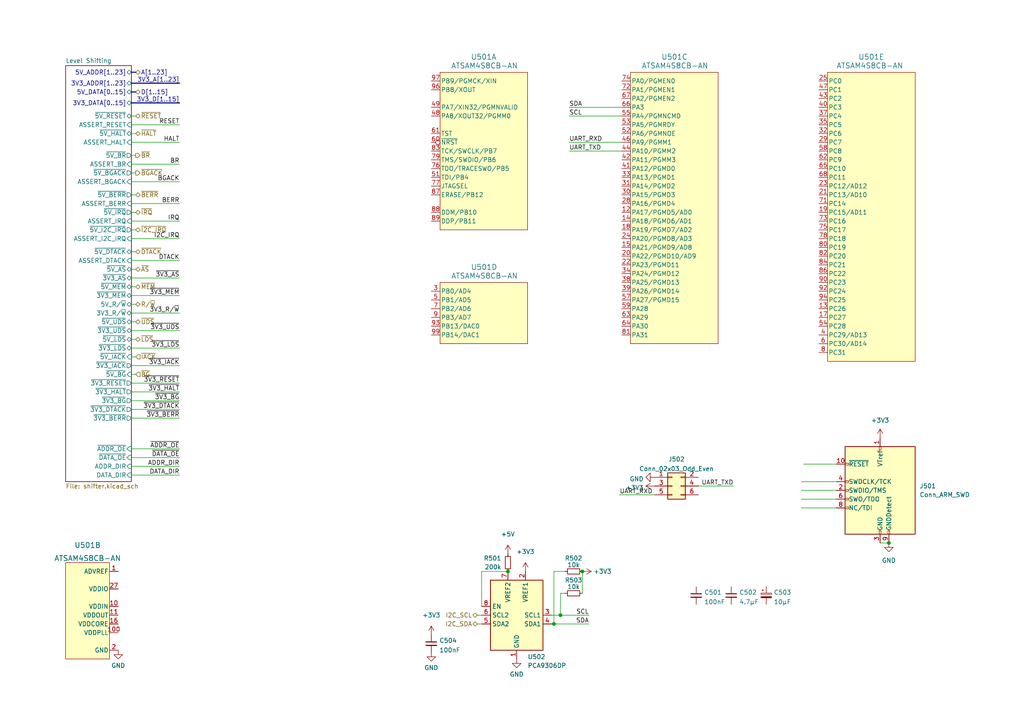
<source format=kicad_sch>
(kicad_sch (version 20211123) (generator eeschema)
  (paper "A4")
  (lib_symbols
    (symbol "68komputer-common:ATSAM4S8CB-AN" (pin_names (offset 0.254))
      (property "Reference" "U" (at 0 5.08 0))
      (property "Value" "ATSAM4S8CB-AN" (at 0 2.54 0))
      (symbol "ATSAM4S8CB-AN_1_1"
        (rectangle (start -12.7 0) (end 12.7 -45.72) (fill (type background)))
        (pin output line (at -15.24 -12.7 0) (length 2.54) (name "PA8/XOUT32/PGMM0") (number "48"))
        (pin input line (at -15.24 -10.16 0) (length 2.54) (name "PA7/XIN32/PGMNVALID") (number "49"))
        (pin input line (at -15.24 -30.48 0) (length 2.54) (name "TDI/PB4") (number "51"))
        (pin bidirectional inverted (at -15.24 -20.32 0) (length 2.54) (name "~{NRST}") (number "60"))
        (pin input line (at -15.24 -17.78 0) (length 2.54) (name "TST") (number "61"))
        (pin output line (at -15.24 -27.94 0) (length 2.54) (name "TDO/TRACESWO/PB5") (number "76"))
        (pin input line (at -15.24 -33.02 0) (length 2.54) (name "JTAGSEL") (number "77"))
        (pin bidirectional line (at -15.24 -25.4 0) (length 2.54) (name "TMS/SWDIO/PB6") (number "79"))
        (pin input line (at -15.24 -22.86 0) (length 2.54) (name "TCK/SWCLK/PB7") (number "83"))
        (pin input line (at -15.24 -35.56 0) (length 2.54) (name "ERASE/PB12") (number "87"))
        (pin bidirectional line (at -15.24 -40.64 0) (length 2.54) (name "DDM/PB10") (number "88"))
        (pin bidirectional line (at -15.24 -43.18 0) (length 2.54) (name "DDP/PB11") (number "89"))
        (pin output line (at -15.24 -5.08 0) (length 2.54) (name "PB8/XOUT") (number "96"))
        (pin bidirectional line (at -15.24 -2.54 0) (length 2.54) (name "PB9/PGMCK/XIN") (number "97"))
      )
      (symbol "ATSAM4S8CB-AN_2_1"
        (rectangle (start -6.35 0) (end 6.35 -27.94) (fill (type background)))
        (pin power_in line (at -8.89 -2.54 0) (length 2.54) (name "ADVREF") (number "1"))
        (pin power_in line (at -8.89 -12.7 0) (length 2.54) (name "VDDIN") (number "10"))
        (pin power_in line (at -8.89 -20.32 0) (length 2.54) (name "VDDPLL") (number "100"))
        (pin output line (at -8.89 -15.24 0) (length 2.54) (name "VDDOUT") (number "11"))
        (pin power_in line (at -8.89 -17.78 0) (length 2.54) (name "VDDCORE") (number "16"))
        (pin power_in line (at -8.89 -25.4 0) (length 2.54) (name "GND") (number "2"))
        (pin power_in line (at -8.89 -25.4 0) (length 2.54) hide (name "GND") (number "26"))
        (pin power_in line (at -8.89 -7.62 0) (length 2.54) (name "VDDIO") (number "27"))
        (pin power_in line (at -8.89 -17.78 0) (length 2.54) hide (name "VDDCORE") (number "36"))
        (pin power_in line (at -8.89 -25.4 0) (length 2.54) hide (name "GND") (number "45"))
        (pin power_in line (at -8.89 -7.62 0) (length 2.54) hide (name "VDDIO") (number "50"))
        (pin power_in line (at -8.89 -17.78 0) (length 2.54) hide (name "VDDCORE") (number "56"))
        (pin power_in line (at -8.89 -7.62 0) (length 2.54) hide (name "VDDIO") (number "69"))
        (pin power_in line (at -8.89 -25.4 0) (length 2.54) hide (name "GND") (number "70"))
        (pin power_in line (at -8.89 -17.78 0) (length 2.54) hide (name "VDDCORE") (number "85"))
        (pin power_in line (at -8.89 -7.62 0) (length 2.54) hide (name "VDDIO") (number "91"))
        (pin power_in line (at -8.89 -25.4 0) (length 2.54) hide (name "GND") (number "95"))
        (pin power_in line (at -8.89 -7.62 0) (length 2.54) hide (name "VDDIO") (number "98"))
      )
      (symbol "ATSAM4S8CB-AN_3_1"
        (rectangle (start -12.7 0) (end 12.7 -78.74) (fill (type background)))
        (pin bidirectional line (at -15.24 -40.64 0) (length 2.54) (name "PA17/PGMD5/AD0") (number "12"))
        (pin bidirectional line (at -15.24 -43.18 0) (length 2.54) (name "PA18/PGMD6/AD1") (number "14"))
        (pin bidirectional line (at -15.24 -50.8 0) (length 2.54) (name "PA21/PGMD9/AD8") (number "15"))
        (pin bidirectional line (at -15.24 -45.72 0) (length 2.54) (name "PA19/PGMD7/AD2") (number "18"))
        (pin bidirectional line (at -15.24 -53.34 0) (length 2.54) (name "PA22/PGMD10/AD9") (number "20"))
        (pin bidirectional line (at -15.24 -55.88 0) (length 2.54) (name "PA23/PGMD11") (number "22"))
        (pin bidirectional line (at -15.24 -48.26 0) (length 2.54) (name "PA20/PGMD8/AD3") (number "24"))
        (pin bidirectional line (at -15.24 -38.1 0) (length 2.54) (name "PA16/PGMD4") (number "28"))
        (pin bidirectional line (at -15.24 -35.56 0) (length 2.54) (name "PA15/PGMD3") (number "30"))
        (pin bidirectional line (at -15.24 -33.02 0) (length 2.54) (name "PA14/PGMD2") (number "31"))
        (pin bidirectional line (at -15.24 -30.48 0) (length 2.54) (name "PA13/PGMD1") (number "33"))
        (pin bidirectional line (at -15.24 -58.42 0) (length 2.54) (name "PA24/PGMD12") (number "34"))
        (pin bidirectional line (at -15.24 -60.96 0) (length 2.54) (name "PA25/PGMD13") (number "38"))
        (pin bidirectional line (at -15.24 -63.5 0) (length 2.54) (name "PA26/PGMD14") (number "39"))
        (pin bidirectional line (at -15.24 -27.94 0) (length 2.54) (name "PA12/PGMD0") (number "41"))
        (pin bidirectional line (at -15.24 -25.4 0) (length 2.54) (name "PA11/PGMM3") (number "42"))
        (pin bidirectional line (at -15.24 -22.86 0) (length 2.54) (name "PA10/PGMM2") (number "44"))
        (pin bidirectional line (at -15.24 -20.32 0) (length 2.54) (name "PA9/PGMM1") (number "46"))
        (pin bidirectional line (at -15.24 -17.78 0) (length 2.54) (name "PA6/PGMNOE") (number "52"))
        (pin bidirectional line (at -15.24 -15.24 0) (length 2.54) (name "PA5/PGMRDY") (number "53"))
        (pin bidirectional line (at -15.24 -12.7 0) (length 2.54) (name "PA4/PGMNCMD") (number "55"))
        (pin bidirectional line (at -15.24 -66.04 0) (length 2.54) (name "PA27/PGMD15") (number "57"))
        (pin bidirectional line (at -15.24 -68.58 0) (length 2.54) (name "PA28") (number "59"))
        (pin bidirectional line (at -15.24 -71.12 0) (length 2.54) (name "PA29") (number "63"))
        (pin bidirectional line (at -15.24 -73.66 0) (length 2.54) (name "PA30") (number "64"))
        (pin bidirectional line (at -15.24 -10.16 0) (length 2.54) (name "PA3") (number "66"))
        (pin bidirectional line (at -15.24 -7.62 0) (length 2.54) (name "PA2/PGMEN2") (number "67"))
        (pin bidirectional line (at -15.24 -5.08 0) (length 2.54) (name "PA1/PGMEN1") (number "72"))
        (pin bidirectional line (at -15.24 -2.54 0) (length 2.54) (name "PA0/PGMEN0") (number "74"))
        (pin bidirectional line (at -15.24 -76.2 0) (length 2.54) (name "PA31") (number "81"))
      )
      (symbol "ATSAM4S8CB-AN_4_1"
        (rectangle (start -12.7 0) (end 12.7 -17.78) (fill (type background)))
        (pin bidirectional line (at -15.24 -2.54 0) (length 2.54) (name "PB0/AD4") (number "3"))
        (pin bidirectional line (at -15.24 -5.08 0) (length 2.54) (name "PB1/AD5") (number "5"))
        (pin bidirectional line (at -15.24 -7.62 0) (length 2.54) (name "PB2/AD6") (number "7"))
        (pin bidirectional line (at -15.24 -10.16 0) (length 2.54) (name "PB3/AD7") (number "9"))
        (pin bidirectional line (at -15.24 -12.7 0) (length 2.54) (name "PB13/DAC0") (number "93"))
        (pin bidirectional line (at -15.24 -15.24 0) (length 2.54) (name "PB14/DAC1") (number "99"))
      )
      (symbol "ATSAM4S8CB-AN_5_1"
        (rectangle (start -12.7 0) (end 12.7 -83.82) (fill (type background)))
        (pin bidirectional line (at -15.24 -68.58 0) (length 2.54) (name "PC26") (number "13"))
        (pin bidirectional line (at -15.24 -71.12 0) (length 2.54) (name "PC27") (number "17"))
        (pin bidirectional line (at -15.24 -40.64 0) (length 2.54) (name "PC15/AD11") (number "19"))
        (pin bidirectional line (at -15.24 -35.56 0) (length 2.54) (name "PC13/AD10") (number "21"))
        (pin bidirectional line (at -15.24 -33.02 0) (length 2.54) (name "PC12/AD12") (number "23"))
        (pin bidirectional line (at -15.24 -2.54 0) (length 2.54) (name "PC0") (number "25"))
        (pin bidirectional line (at -15.24 -20.32 0) (length 2.54) (name "PC7") (number "29"))
        (pin bidirectional line (at -15.24 -17.78 0) (length 2.54) (name "PC6") (number "32"))
        (pin bidirectional line (at -15.24 -15.24 0) (length 2.54) (name "PC5") (number "35"))
        (pin bidirectional line (at -15.24 -12.7 0) (length 2.54) (name "PC4") (number "37"))
        (pin bidirectional line (at -15.24 -76.2 0) (length 2.54) (name "PC29/AD13") (number "4"))
        (pin bidirectional line (at -15.24 -10.16 0) (length 2.54) (name "PC3") (number "40"))
        (pin bidirectional line (at -15.24 -7.62 0) (length 2.54) (name "PC2") (number "43"))
        (pin bidirectional line (at -15.24 -5.08 0) (length 2.54) (name "PC1") (number "47"))
        (pin bidirectional line (at -15.24 -73.66 0) (length 2.54) (name "PC28") (number "54"))
        (pin bidirectional line (at -15.24 -22.86 0) (length 2.54) (name "PC8") (number "58"))
        (pin bidirectional line (at -15.24 -78.74 0) (length 2.54) (name "PC30/AD14") (number "6"))
        (pin bidirectional line (at -15.24 -25.4 0) (length 2.54) (name "PC9") (number "62"))
        (pin bidirectional line (at -15.24 -27.94 0) (length 2.54) (name "PC10") (number "65"))
        (pin bidirectional line (at -15.24 -30.48 0) (length 2.54) (name "PC11") (number "68"))
        (pin bidirectional line (at -15.24 -38.1 0) (length 2.54) (name "PC14") (number "71"))
        (pin bidirectional line (at -15.24 -43.18 0) (length 2.54) (name "PC16") (number "73"))
        (pin bidirectional line (at -15.24 -45.72 0) (length 2.54) (name "PC17") (number "75"))
        (pin bidirectional line (at -15.24 -48.26 0) (length 2.54) (name "PC18") (number "78"))
        (pin bidirectional line (at -15.24 -81.28 0) (length 2.54) (name "PC31") (number "8"))
        (pin bidirectional line (at -15.24 -50.8 0) (length 2.54) (name "PC19") (number "80"))
        (pin bidirectional line (at -15.24 -53.34 0) (length 2.54) (name "PC20") (number "82"))
        (pin bidirectional line (at -15.24 -55.88 0) (length 2.54) (name "PC21") (number "84"))
        (pin bidirectional line (at -15.24 -58.42 0) (length 2.54) (name "PC22") (number "86"))
        (pin bidirectional line (at -15.24 -60.96 0) (length 2.54) (name "PC23") (number "90"))
        (pin bidirectional line (at -15.24 -63.5 0) (length 2.54) (name "PC24") (number "92"))
        (pin bidirectional line (at -15.24 -66.04 0) (length 2.54) (name "PC25") (number "94"))
      )
    )
    (symbol "Connector:Conn_ARM_JTAG_SWD_10" (pin_names (offset 1.016))
      (property "Reference" "J" (at -2.54 16.51 0))
      (property "Value" "Conn_ARM_JTAG_SWD_10" (at -2.54 13.97 0))
      (symbol "Conn_ARM_JTAG_SWD_10_0_1"
        (rectangle (start -10.16 12.7) (end 10.16 -12.7) (stroke (width 0.254)) (fill (type background)))
        (rectangle (start -2.794 -12.7) (end -2.286 -11.684))
        (rectangle (start -0.254 -12.7) (end 0.254 -11.684))
        (rectangle (start -0.254 12.7) (end 0.254 11.684))
        (rectangle (start 9.144 2.286) (end 10.16 2.794))
        (rectangle (start 10.16 -2.794) (end 9.144 -2.286))
        (rectangle (start 10.16 -0.254) (end 9.144 0.254))
        (rectangle (start 10.16 7.874) (end 9.144 7.366))
      )
      (symbol "Conn_ARM_JTAG_SWD_10_1_1"
        (rectangle (start 9.144 -5.334) (end 10.16 -4.826))
        (pin power_in line (at 0 15.24 270) (length 2.54) (name "VTref") (number "1"))
        (pin open_collector line (at 12.7 7.62 180) (length 2.54) (name "~{RESET}") (number "10"))
        (pin bidirectional line (at 12.7 0 180) (length 2.54) (name "SWDIO/TMS") (number "2"))
        (pin power_in line (at 0 -15.24 90) (length 2.54) (name "GND") (number "3"))
        (pin output line (at 12.7 2.54 180) (length 2.54) (name "SWDCLK/TCK") (number "4"))
        (pin passive line (at 0 -15.24 90) (length 2.54) hide (name "GND") (number "5"))
        (pin input line (at 12.7 -2.54 180) (length 2.54) (name "SWO/TDO") (number "6"))
        (pin no_connect line (at -10.16 0 0) (length 2.54) hide (name "KEY") (number "7"))
        (pin output line (at 12.7 -5.08 180) (length 2.54) (name "NC/TDI") (number "8"))
        (pin passive line (at -2.54 -15.24 90) (length 2.54) (name "GNDDetect") (number "9"))
      )
    )
    (symbol "Connector_Generic:Conn_02x03_Odd_Even" (pin_names (offset 1.016) hide)
      (property "Reference" "J" (at 1.27 5.08 0))
      (property "Value" "Conn_02x03_Odd_Even" (at 1.27 -5.08 0))
      (symbol "Conn_02x03_Odd_Even_1_1"
        (rectangle (start -1.27 -2.413) (end 0 -2.667) (stroke (width 0.1524)))
        (rectangle (start -1.27 0.127) (end 0 -0.127) (stroke (width 0.1524)))
        (rectangle (start -1.27 2.667) (end 0 2.413) (stroke (width 0.1524)))
        (rectangle (start -1.27 3.81) (end 3.81 -3.81) (stroke (width 0.254)) (fill (type background)))
        (rectangle (start 3.81 -2.413) (end 2.54 -2.667) (stroke (width 0.1524)))
        (rectangle (start 3.81 0.127) (end 2.54 -0.127) (stroke (width 0.1524)))
        (rectangle (start 3.81 2.667) (end 2.54 2.413) (stroke (width 0.1524)))
        (pin passive line (at -5.08 2.54 0) (length 3.81) (name "Pin_1") (number "1"))
        (pin passive line (at 7.62 2.54 180) (length 3.81) (name "Pin_2") (number "2"))
        (pin passive line (at -5.08 0 0) (length 3.81) (name "Pin_3") (number "3"))
        (pin passive line (at 7.62 0 180) (length 3.81) (name "Pin_4") (number "4"))
        (pin passive line (at -5.08 -2.54 0) (length 3.81) (name "Pin_5") (number "5"))
        (pin passive line (at 7.62 -2.54 180) (length 3.81) (name "Pin_6") (number "6"))
      )
    )
    (symbol "Device:C_Polarized_Small" (pin_numbers hide) (pin_names (offset 0.254) hide)
      (property "Reference" "C" (at 0.254 1.778 0))
      (property "Value" "C_Polarized_Small" (at 0.254 -2.032 0))
      (symbol "C_Polarized_Small_0_1"
        (rectangle (start -1.524 -0.3048) (end 1.524 -0.6858) (fill (type outline)))
        (rectangle (start -1.524 0.6858) (end 1.524 0.3048))
        (polyline (pts (xy -1.27 1.524) (xy -0.762 1.524)))
        (polyline (pts (xy -1.016 1.27) (xy -1.016 1.778)))
      )
      (symbol "C_Polarized_Small_1_1"
        (pin passive line (at 0 2.54 270) (length 1.8542) (name "~") (number "1"))
        (pin passive line (at 0 -2.54 90) (length 1.8542) (name "~") (number "2"))
      )
    )
    (symbol "Device:C_Small" (pin_numbers hide) (pin_names (offset 0.254) hide)
      (property "Reference" "C" (at 0.254 1.778 0))
      (property "Value" "C_Small" (at 0.254 -2.032 0))
      (symbol "C_Small_0_1"
        (polyline (pts (xy -1.524 -0.508) (xy 1.524 -0.508)) (stroke (width 0.3302)))
        (polyline (pts (xy -1.524 0.508) (xy 1.524 0.508)) (stroke (width 0.3048)))
      )
      (symbol "C_Small_1_1"
        (pin passive line (at 0 2.54 270) (length 2.032) (name "~") (number "1"))
        (pin passive line (at 0 -2.54 90) (length 2.032) (name "~") (number "2"))
      )
    )
    (symbol "Device:R_Small" (pin_numbers hide) (pin_names (offset 0.254) hide)
      (property "Reference" "R" (at 0.762 0.508 0))
      (property "Value" "R_Small" (at 0.762 -1.016 0))
      (symbol "R_Small_0_1"
        (rectangle (start -0.762 1.778) (end 0.762 -1.778) (stroke (width 0.2032)))
      )
      (symbol "R_Small_1_1"
        (pin passive line (at 0 2.54 270) (length 0.762) (name "~") (number "1"))
        (pin passive line (at 0 -2.54 90) (length 0.762) (name "~") (number "2"))
      )
    )
    (symbol "Interface:PCA9306DP"
      (property "Reference" "U" (at -7.62 11.43 0))
      (property "Value" "PCA9306DP" (at 3.81 11.43 0))
      (symbol "PCA9306DP_0_1"
        (rectangle (start -7.62 10.16) (end 7.62 -10.16) (stroke (width 0.254)) (fill (type background)))
      )
      (symbol "PCA9306DP_1_1"
        (pin power_in line (at 0 -12.7 90) (length 2.54) (name "GND") (number "1"))
        (pin power_in line (at -2.54 12.7 270) (length 2.54) (name "VREF1") (number "2"))
        (pin bidirectional line (at -10.16 0 0) (length 2.54) (name "SCL1") (number "3"))
        (pin bidirectional line (at -10.16 -2.54 0) (length 2.54) (name "SDA1") (number "4"))
        (pin bidirectional line (at 10.16 -2.54 180) (length 2.54) (name "SDA2") (number "5"))
        (pin bidirectional line (at 10.16 0 180) (length 2.54) (name "SCL2") (number "6"))
        (pin power_in line (at 2.54 12.7 270) (length 2.54) (name "VREF2") (number "7"))
        (pin input line (at 10.16 2.54 180) (length 2.54) (name "EN") (number "8"))
      )
    )
    (symbol "power:+3V3" (power) (pin_names (offset 0))
      (property "Value" "+3V3" (at 0 3.556 0))
      (symbol "+3V3_0_1"
        (polyline (pts (xy -0.762 1.27) (xy 0 2.54)))
        (polyline (pts (xy 0 0) (xy 0 2.54)))
        (polyline (pts (xy 0 2.54) (xy 0.762 1.27)))
      )
      (symbol "+3V3_1_1"
        (pin power_in line (at 0 0 90) (length 0) hide (name "+3V3") (number "1"))
      )
    )
    (symbol "power:+5V" (power) (pin_names (offset 0))
      (property "Value" "+5V" (at 0 3.556 0))
      (symbol "+5V_0_1"
        (polyline (pts (xy -0.762 1.27) (xy 0 2.54)))
        (polyline (pts (xy 0 0) (xy 0 2.54)))
        (polyline (pts (xy 0 2.54) (xy 0.762 1.27)))
      )
      (symbol "+5V_1_1"
        (pin power_in line (at 0 0 90) (length 0) hide (name "+5V") (number "1"))
      )
    )
    (symbol "power:GND" (power) (pin_names (offset 0))
      (property "Value" "GND" (at 0 -3.81 0))
      (symbol "GND_0_1"
        (polyline (pts (xy 0 0) (xy 0 -1.27) (xy 1.27 -1.27) (xy 0 -2.54) (xy -1.27 -1.27) (xy 0 -1.27)))
      )
      (symbol "GND_1_1"
        (pin power_in line (at 0 0 270) (length 0) hide (name "GND") (number "1"))
      )
    )
  )
  (junction (at 160.655 180.975))
  (junction (at 147.32 165.735))
  (junction (at 162.56 178.435))
  (junction (at 257.81 157.48))
  (junction (at 168.91 165.735))
  (wire (pts (xy 38.1 118.745) (xy 52.07 118.745)))
  (wire (pts (xy 38.1 52.705) (xy 52.07 52.705)))
  (wire (pts (xy 38.1 137.795) (xy 52.07 137.795)))
  (wire (pts (xy 38.1 130.175) (xy 52.07 130.175)))
  (wire (pts (xy 232.41 142.24) (xy 242.57 142.24)))
  (wire (pts (xy 38.1 95.885) (xy 52.07 95.885)))
  (wire (pts (xy 38.1 108.585) (xy 39.37 108.585)))
  (wire (pts (xy 189.865 143.51) (xy 179.705 143.51)))
  (wire (pts (xy 38.1 33.655) (xy 39.37 33.655)))
  (wire (pts (xy 38.1 38.735) (xy 39.37 38.735)))
  (wire (pts (xy 38.1 116.205) (xy 52.07 116.205)))
  (wire (pts (xy 162.56 172.085) (xy 162.56 178.435)))
  (wire (pts (xy 38.1 66.675) (xy 39.37 66.675)))
  (wire (pts (xy 38.1 113.665) (xy 52.07 113.665)))
  (wire (pts (xy 38.1 75.565) (xy 52.07 75.565)))
  (wire (pts (xy 38.1 111.125) (xy 52.07 111.125)))
  (wire (pts (xy 162.56 178.435) (xy 170.815 178.435)))
  (wire (pts (xy 38.1 47.625) (xy 52.07 47.625)))
  (wire (pts (xy 202.565 140.97) (xy 212.725 140.97)))
  (wire (pts (xy 38.1 135.255) (xy 52.07 135.255)))
  (wire (pts (xy 165.1 33.655) (xy 180.34 33.655)))
  (bus (pts (xy 38.1 26.67) (xy 39.37 26.67)))
  (wire (pts (xy 38.1 106.045) (xy 52.07 106.045)))
  (wire (pts (xy 139.7 175.895) (xy 139.7 165.735)))
  (wire (pts (xy 38.1 80.645) (xy 52.07 80.645)))
  (wire (pts (xy 168.91 165.735) (xy 168.91 172.085)))
  (wire (pts (xy 138.43 178.435) (xy 139.7 178.435)))
  (wire (pts (xy 180.34 41.275) (xy 165.1 41.275)))
  (wire (pts (xy 160.655 180.975) (xy 170.815 180.975)))
  (wire (pts (xy 232.41 147.32) (xy 242.57 147.32)))
  (wire (pts (xy 38.1 73.025) (xy 39.37 73.025)))
  (wire (pts (xy 38.1 45.085) (xy 39.37 45.085)))
  (wire (pts (xy 232.41 144.78) (xy 242.57 144.78)))
  (wire (pts (xy 163.83 172.085) (xy 162.56 172.085)))
  (wire (pts (xy 38.1 103.505) (xy 39.37 103.505)))
  (wire (pts (xy 38.1 78.105) (xy 39.37 78.105)))
  (wire (pts (xy 38.1 61.595) (xy 39.37 61.595)))
  (wire (pts (xy 160.02 180.975) (xy 160.655 180.975)))
  (wire (pts (xy 38.1 132.715) (xy 52.07 132.715)))
  (bus (pts (xy 38.1 24.13) (xy 52.07 24.13)))
  (wire (pts (xy 38.1 41.275) (xy 52.07 41.275)))
  (wire (pts (xy 38.1 64.135) (xy 52.07 64.135)))
  (wire (pts (xy 38.1 50.165) (xy 39.37 50.165)))
  (wire (pts (xy 38.1 121.285) (xy 52.07 121.285)))
  (wire (pts (xy 38.1 69.215) (xy 52.07 69.215)))
  (wire (pts (xy 38.1 100.965) (xy 52.07 100.965)))
  (wire (pts (xy 139.7 165.735) (xy 147.32 165.735)))
  (wire (pts (xy 38.1 93.345) (xy 39.37 93.345)))
  (wire (pts (xy 38.1 85.725) (xy 52.07 85.725)))
  (wire (pts (xy 138.43 180.975) (xy 139.7 180.975)))
  (wire (pts (xy 38.1 90.805) (xy 52.07 90.805)))
  (wire (pts (xy 38.1 83.185) (xy 39.37 83.185)))
  (bus (pts (xy 38.1 20.955) (xy 39.37 20.955)))
  (wire (pts (xy 38.1 59.055) (xy 52.07 59.055)))
  (wire (pts (xy 38.1 88.265) (xy 39.37 88.265)))
  (bus (pts (xy 38.1 29.845) (xy 52.07 29.845)))
  (wire (pts (xy 163.83 165.735) (xy 160.655 165.735)))
  (wire (pts (xy 38.1 36.195) (xy 52.07 36.195)))
  (wire (pts (xy 233.045 134.62) (xy 242.57 134.62)))
  (wire (pts (xy 38.1 56.515) (xy 39.37 56.515)))
  (wire (pts (xy 160.655 165.735) (xy 160.655 180.975)))
  (wire (pts (xy 165.1 43.815) (xy 180.34 43.815)))
  (wire (pts (xy 180.34 31.115) (xy 165.1 31.115)))
  (wire (pts (xy 232.41 139.7) (xy 242.57 139.7)))
  (wire (pts (xy 255.27 157.48) (xy 257.81 157.48)))
  (wire (pts (xy 160.02 178.435) (xy 162.56 178.435)))
  (wire (pts (xy 38.1 98.425) (xy 39.37 98.425)))
  (label "~{3V3_MEM}" (at 52.07 85.725 180))
  (label "~{3V3_AS}" (at 52.07 80.645 180))
  (label "UART_RXD" (at 179.705 143.51 0))
  (label "BGACK" (at 52.07 52.705 180))
  (label "~{3V3_IACK}" (at 52.07 106.045 180))
  (label "~{3V3_DTACK}" (at 52.07 118.745 180))
  (label "SCL" (at 165.1 33.655 0))
  (label "RESET" (at 52.07 36.195 180))
  (label "ADDR_DIR" (at 52.07 135.255 180))
  (label "3V3_R{slash}~{W}" (at 52.07 90.805 180))
  (label "DTACK" (at 52.07 75.565 180))
  (label "~{DATA_OE}" (at 52.07 132.715 180))
  (label "SCL" (at 170.815 178.435 180))
  (label "~{3V3_RESET}" (at 52.07 111.125 180))
  (label "SDA" (at 170.815 180.975 180))
  (label "~{3V3_UDS}" (at 52.07 95.885 180))
  (label "SDA" (at 165.1 31.115 0))
  (label "~{ADDR_OE}" (at 52.07 130.175 180))
  (label "~{3V3_HALT}" (at 52.07 113.665 180))
  (label "3V3_A[1..23]" (at 52.07 24.13 180))
  (label "I2C_IRQ" (at 52.07 69.215 180))
  (label "HALT" (at 52.07 41.275 180))
  (label "UART_TXD" (at 165.1 43.815 0))
  (label "3V3_D[1..15]" (at 52.07 29.845 180))
  (label "BERR" (at 52.07 59.055 180))
  (label "UART_TXD" (at 212.725 140.97 180))
  (label "IRQ" (at 52.07 64.135 180))
  (label "UART_RXD" (at 165.1 41.275 0))
  (label "~{3V3_LDS}" (at 52.07 100.965 180))
  (label "~{3V3_BG}" (at 52.07 116.205 180))
  (label "BR" (at 52.07 47.625 180))
  (label "~{3V3_BERR}" (at 52.07 121.285 180))
  (label "DATA_DIR" (at 52.07 137.795 180))
  (hierarchical_label "D[1..15]" (shape bidirectional) (at 39.37 26.67 0))
  (hierarchical_label "I2C_SCL" (shape bidirectional) (at 138.43 178.435 180))
  (hierarchical_label "~{DTACK}" (shape bidirectional) (at 39.37 73.025 0))
  (hierarchical_label "R{slash}~{W}" (shape bidirectional) (at 39.37 88.265 0))
  (hierarchical_label "~{I2C_IRQ}" (shape bidirectional) (at 39.37 66.675 0))
  (hierarchical_label "~{AS}" (shape bidirectional) (at 39.37 78.105 0))
  (hierarchical_label "~{LDS}" (shape bidirectional) (at 39.37 98.425 0))
  (hierarchical_label "~{UDS}" (shape bidirectional) (at 39.37 93.345 0))
  (hierarchical_label "A[1..23]" (shape bidirectional) (at 39.37 20.955 0))
  (hierarchical_label "~{IRQ}" (shape bidirectional) (at 39.37 61.595 0))
  (hierarchical_label "~{BGACK}" (shape output) (at 39.37 50.165 0))
  (hierarchical_label "~{IACK}" (shape input) (at 39.37 103.505 0))
  (hierarchical_label "I2C_SDA" (shape bidirectional) (at 138.43 180.975 180))
  (hierarchical_label "~{MEM}" (shape bidirectional) (at 39.37 83.185 0))
  (hierarchical_label "~{HALT}" (shape bidirectional) (at 39.37 38.735 0))
  (hierarchical_label "~{BG}" (shape input) (at 39.37 108.585 0))
  (hierarchical_label "~{RESET}" (shape bidirectional) (at 39.37 33.655 0))
  (hierarchical_label "~{BR}" (shape output) (at 39.37 45.085 0))
  (hierarchical_label "~{BERR}" (shape bidirectional) (at 39.37 56.515 0))
  (symbol (lib_id "Device:C_Small") (at 201.93 172.72 0) (unit 1)
    (property "Reference" "C501" (at 204.2541 171.8115 0) (effects (justify left)))
    (property "Value" "100nF" (at 204.2541 174.5866 0) (effects (justify left)))
    (property "Footprint" "Capacitor_SMD:C_0805_2012Metric" (effects hide))
  )
  (symbol (lib_id "Device:C_Small") (at 212.09 172.72 0) (unit 1)
    (property "Reference" "C502" (at 214.4141 171.8115 0) (effects (justify left)))
    (property "Value" "4.7µF" (at 214.4141 174.5866 0) (effects (justify left)))
    (property "Footprint" "Capacitor_SMD:C_0805_2012Metric" (effects hide))
  )
  (symbol (lib_id "68komputer-common:ATSAM4S8CB-AN") (at 195.58 20.955 0) (unit 3)
    (property "Reference" "U501" (at 191.77 16.51 0) (effects (font (size 1.524 1.524)) (justify left)))
    (property "Value" "ATSAM4S8CB-AN" (at 186.055 19.05 0) (effects (font (size 1.524 1.524)) (justify left)))
    (property "Footprint" "Package_QFP:TQFP-100_14x14mm_P0.5mm" (effects hide))
    (property "Datasheet" "https://www.mouser.com/datasheet/2/268/Atmel_11100_32_bit_Cortex_M4_Microcontroller_SAM4S-1146601.pdf" (effects hide))
  )
  (symbol (lib_id "68komputer-common:ATSAM4S8CB-AN") (at 140.335 81.915 0) (unit 4)
    (property "Reference" "U501" (at 136.525 77.47 0) (effects (font (size 1.524 1.524)) (justify left)))
    (property "Value" "ATSAM4S8CB-AN" (at 130.81 80.01 0) (effects (font (size 1.524 1.524)) (justify left)))
    (property "Footprint" "Package_QFP:TQFP-100_14x14mm_P0.5mm" (effects hide))
    (property "Datasheet" "https://www.mouser.com/datasheet/2/268/Atmel_11100_32_bit_Cortex_M4_Microcontroller_SAM4S-1146601.pdf" (effects hide))
  )
  (symbol (lib_id "power:+3V3") (at 255.27 127 0) (unit 1)
    (property "Reference" "#PWR0501" (effects hide))
    (property "Value" "+3V3" (at 255.27 121.92 0))
  )
  (symbol (lib_id "power:+3V3") (at 125.095 184.15 0) (unit 1)
    (property "Reference" "#PWR0102" (effects hide))
    (property "Value" "+3V3" (at 125.095 178.435 0))
  )
  (symbol (lib_id "68komputer-common:ATSAM4S8CB-AN") (at 25.4 163.195 0) (mirror y) (unit 2)
    (property "Reference" "U501" (at 25.4 158.115 0) (effects (font (size 1.524 1.524))))
    (property "Value" "ATSAM4S8CB-AN" (at 25.4 161.925 0) (effects (font (size 1.524 1.524))))
    (property "Footprint" "Package_QFP:TQFP-100_14x14mm_P0.5mm" (effects hide))
    (property "Datasheet" "https://www.mouser.com/datasheet/2/268/Atmel_11100_32_bit_Cortex_M4_Microcontroller_SAM4S-1146601.pdf" (effects hide))
  )
  (symbol (lib_id "power:GND") (at 189.865 138.43 270) (unit 1)
    (property "Reference" "#PWR0504" (effects hide))
    (property "Value" "GND" (at 186.6901 138.909 90) (effects (justify right)))
  )
  (symbol (lib_id "Device:R_Small") (at 147.32 163.195 0) (mirror x) (unit 1)
    (property "Reference" "R501" (at 145.415 161.9249 0) (effects (justify right)))
    (property "Value" "200k" (at 145.415 164.4649 0) (effects (justify right)))
    (property "Footprint" "Resistor_SMD:R_0805_2012Metric" (effects hide))
  )
  (symbol (lib_id "Device:C_Polarized_Small") (at 222.25 172.72 0) (unit 1)
    (property "Reference" "C503" (at 224.409 171.8115 0) (effects (justify left)))
    (property "Value" "10µF" (at 224.409 174.5866 0) (effects (justify left)))
    (property "Footprint" "Capacitor_Tantalum_SMD:CP_EIA-3528-21_Kemet-B" (effects hide))
    (property "MPN" "TAJB106K025SNJ" (effects hide))
  )
  (symbol (lib_id "Device:C_Small") (at 125.095 186.69 0) (unit 1)
    (property "Reference" "C504" (at 127.4191 185.7815 0) (effects (justify left)))
    (property "Value" "100nF" (at 127.4191 188.5566 0) (effects (justify left)))
    (property "Footprint" "Capacitor_SMD:C_0805_2012Metric" (effects hide))
  )
  (symbol (lib_id "Device:R_Small") (at 166.37 172.085 90) (unit 1)
    (property "Reference" "R503" (at 166.37 168.275 90))
    (property "Value" "10k" (at 166.37 170.18 90))
    (property "Footprint" "Resistor_SMD:R_0805_2012Metric" (effects hide))
  )
  (symbol (lib_id "68komputer-common:ATSAM4S8CB-AN") (at 140.335 20.955 0) (unit 1)
    (property "Reference" "U501" (at 136.525 16.51 0) (effects (font (size 1.524 1.524)) (justify left)))
    (property "Value" "ATSAM4S8CB-AN" (at 130.81 19.05 0) (effects (font (size 1.524 1.524)) (justify left)))
    (property "Footprint" "Package_QFP:TQFP-100_14x14mm_P0.5mm" (effects hide))
    (property "Datasheet" "https://www.mouser.com/datasheet/2/268/Atmel_11100_32_bit_Cortex_M4_Microcontroller_SAM4S-1146601.pdf" (effects hide))
  )
  (symbol (lib_id "power:GND") (at 34.29 188.595 0) (unit 1)
    (property "Reference" "#PWR0503" (effects hide))
    (property "Value" "GND" (at 34.29 193.04 0))
  )
  (symbol (lib_id "Connector_Generic:Conn_02x03_Odd_Even") (at 194.945 140.97 0) (unit 1)
    (property "Reference" "J502" (at 196.215 133.1935 0))
    (property "Value" "Conn_02x03_Odd_Even" (at 196.215 135.9686 0))
    (property "Footprint" "Connector_PinHeader_2.54mm:PinHeader_2x03_P2.54mm_Vertical" (effects hide))
  )
  (symbol (lib_id "Interface:PCA9306DP") (at 149.86 178.435 0) (mirror y) (unit 1)
    (property "Reference" "U502" (at 153.035 190.5 0) (effects (justify right)))
    (property "Value" "PCA9306DP" (at 153.035 193.04 0) (effects (justify right)))
    (property "Footprint" "Package_SO:TSSOP-8_3x3mm_P0.65mm" (effects hide))
    (property "Datasheet" "https://www.nxp.com/docs/en/data-sheet/PCA9306.pdf" (effects hide))
  )
  (symbol (lib_id "power:+3V3") (at 189.865 140.97 90) (unit 1)
    (property "Reference" "#PWR0505" (effects hide))
    (property "Value" "+3V3" (at 186.69 141.449 90) (effects (justify left)))
  )
  (symbol (lib_id "Device:R_Small") (at 166.37 165.735 90) (unit 1)
    (property "Reference" "R502" (at 166.37 161.925 90))
    (property "Value" "10k" (at 166.37 163.83 90))
    (property "Footprint" "Resistor_SMD:R_0805_2012Metric" (effects hide))
  )
  (symbol (lib_id "Connector:Conn_ARM_JTAG_SWD_10") (at 255.27 142.24 0) (mirror y) (unit 1)
    (property "Reference" "J501" (at 266.7 140.9699 0) (effects (justify right)))
    (property "Value" "Conn_ARM_SWD" (at 266.7 143.5099 0) (effects (justify right)))
    (property "Footprint" "Connector_PinHeader_1.27mm:PinHeader_2x05_P1.27mm_Vertical" (effects hide))
    (property "Datasheet" "http://infocenter.arm.com/help/topic/com.arm.doc.ddi0314h/DDI0314H_coresight_components_trm.pdf" (effects hide))
  )
  (symbol (lib_id "power:+5V") (at 147.32 160.655 0) (unit 1)
    (property "Reference" "#PWR0106" (effects hide))
    (property "Value" "+5V" (at 147.32 154.94 0))
  )
  (symbol (lib_id "power:+3V3") (at 152.4 165.735 0) (unit 1)
    (property "Reference" "#PWR0105" (effects hide))
    (property "Value" "+3V3" (at 152.4 160.02 0))
  )
  (symbol (lib_id "power:GND") (at 257.81 157.48 0) (unit 1)
    (property "Reference" "#PWR0502" (effects hide))
    (property "Value" "GND" (at 257.81 162.56 0))
  )
  (symbol (lib_id "power:+3V3") (at 168.91 165.735 270) (unit 1)
    (property "Reference" "#PWR0104" (effects hide))
    (property "Value" "+3V3" (at 172.085 165.7349 90) (effects (justify left)))
  )
  (symbol (lib_id "power:GND") (at 125.095 189.23 0) (unit 1)
    (property "Reference" "#PWR0101" (effects hide))
    (property "Value" "GND" (at 125.095 193.675 0))
  )
  (symbol (lib_id "power:GND") (at 149.86 191.135 0) (unit 1)
    (property "Reference" "#PWR0103" (effects hide))
    (property "Value" "GND" (at 149.86 195.58 0))
  )
  (symbol (lib_id "68komputer-common:ATSAM4S8CB-AN") (at 252.73 20.955 0) (unit 5)
    (property "Reference" "U501" (at 248.92 16.51 0) (effects (font (size 1.524 1.524)) (justify left)))
    (property "Value" "ATSAM4S8CB-AN" (at 242.57 19.05 0) (effects (font (size 1.524 1.524)) (justify left)))
    (property "Footprint" "Package_QFP:TQFP-100_14x14mm_P0.5mm" (effects hide))
    (property "Datasheet" "https://www.mouser.com/datasheet/2/268/Atmel_11100_32_bit_Cortex_M4_Microcontroller_SAM4S-1146601.pdf" (effects hide))
  )
  (sheet (at 19.05 19.05) (size 19.05 120.65) (stroke (width 0.1524))
    (property "Sheet name" "Level Shifting" (at 19.05 18.3384 0) (effects (justify left bottom)))
    (property "Sheet file" "shifter.kicad_sch" (at 19.05 140.2846 0) (effects (justify left top)))
    (pin "5V_ADDR[1..23]" bidirectional (at 38.1 20.955 0))
    (pin "~{ADDR_OE}" input (at 38.1 130.175 0))
    (pin "ADDR_DIR" input (at 38.1 135.255 0))
    (pin "3V3_DATA[0..15]" bidirectional (at 38.1 29.845 0))
    (pin "3V3_ADDR[1..23]" bidirectional (at 38.1 24.13 0))
    (pin "DATA_DIR" input (at 38.1 137.795 0))
    (pin "~{DATA_OE}" input (at 38.1 132.715 0))
    (pin "5V_DATA[0..15]" bidirectional (at 38.1 26.67 0))
    (pin "5V_R{slash}~{W}" bidirectional (at 38.1 88.265 0))
    (pin "~{5V_IRQ}" output (at 38.1 61.595 0))
    (pin "ASSERT_IRQ" input (at 38.1 64.135 0))
    (pin "ASSERT_BR" input (at 38.1 47.625 0))
    (pin "ASSERT_BGACK" input (at 38.1 52.705 0))
    (pin "~{5V_BR}" output (at 38.1 45.085 0))
    (pin "~{5V_BERR}" output (at 38.1 56.515 0))
    (pin "~{5V_BGACK}" output (at 38.1 50.165 0))
    (pin "ASSERT_BERR" input (at 38.1 59.055 0))
    (pin "ASSERT_I2C_IRQ" input (at 38.1 69.215 0))
    (pin "~{5V_I2C_IRQ}" output (at 38.1 66.675 0))
    (pin "~{5V_DTACK}" bidirectional (at 38.1 73.025 0))
    (pin "ASSERT_RESET" input (at 38.1 36.195 0))
    (pin "ASSERT_DTACK" input (at 38.1 75.565 0))
    (pin "ASSERT_HALT" input (at 38.1 41.275 0))
    (pin "~{5V_RESET}" bidirectional (at 38.1 33.655 0))
    (pin "~{5V_HALT}" bidirectional (at 38.1 38.735 0))
    (pin "~{3V3_UDS}" bidirectional (at 38.1 95.885 0))
    (pin "~{3V3_LDS}" bidirectional (at 38.1 100.965 0))
    (pin "~{3V3_MEM}" bidirectional (at 38.1 85.725 0))
    (pin "~{3V3_AS}" bidirectional (at 38.1 80.645 0))
    (pin "~{5V_AS}" bidirectional (at 38.1 78.105 0))
    (pin "~{5V_MEM}" bidirectional (at 38.1 83.185 0))
    (pin "~{5V_LDS}" bidirectional (at 38.1 98.425 0))
    (pin "~{5V_UDS}" bidirectional (at 38.1 93.345 0))
    (pin "3V3_R{slash}~{W}" bidirectional (at 38.1 90.805 0))
    (pin "~{5V_IACK}" input (at 38.1 103.505 0))
    (pin "~{5V_BG}" input (at 38.1 108.585 0))
    (pin "~{3V3_IACK}" output (at 38.1 106.045 0))
    (pin "~{3V3_RESET}" output (at 38.1 111.125 0))
    (pin "~{3V3_HALT}" output (at 38.1 113.665 0))
    (pin "~{3V3_BG}" output (at 38.1 116.205 0))
    (pin "~{3V3_DTACK}" output (at 38.1 118.745 0))
    (pin "~{3V3_BERR}" output (at 38.1 121.285 0))
  )
)
</source>
